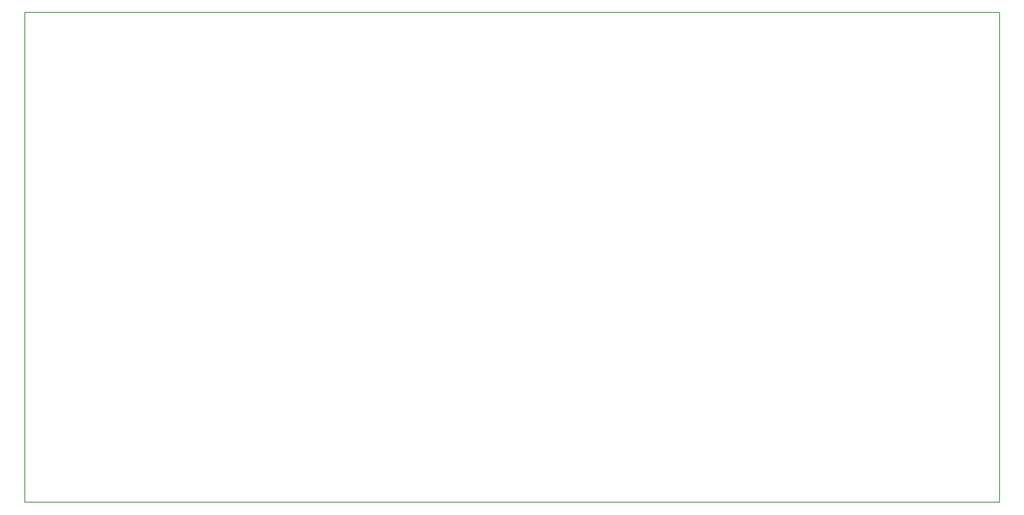
<source format=gbr>
%TF.GenerationSoftware,KiCad,Pcbnew,5.0.2-1.fc29*%
%TF.CreationDate,2018-12-27T16:56:32+02:00*%
%TF.ProjectId,audiorouter-board,61756469-6f72-46f7-9574-65722d626f61,rev?*%
%TF.SameCoordinates,Original*%
%TF.FileFunction,Profile,NP*%
%FSLAX46Y46*%
G04 Gerber Fmt 4.6, Leading zero omitted, Abs format (unit mm)*
G04 Created by KiCad (PCBNEW 5.0.2-1.fc29) date N 27 dets  2018 16:56:32 EET*
%MOMM*%
%LPD*%
G01*
G04 APERTURE LIST*
%ADD10C,0.150000*%
G04 APERTURE END LIST*
D10*
X24130000Y-138430000D02*
X24130000Y-38100000D01*
X223520000Y-138430000D02*
X24130000Y-138430000D01*
X223520000Y-38100000D02*
X223520000Y-138430000D01*
X24130000Y-38100000D02*
X223520000Y-38100000D01*
M02*

</source>
